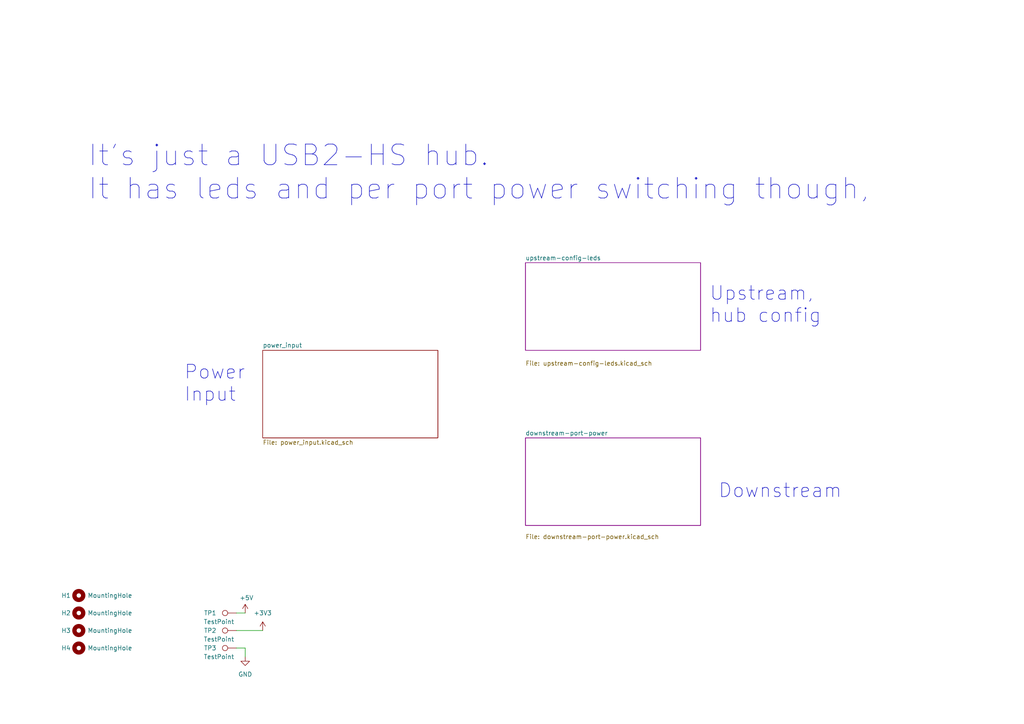
<source format=kicad_sch>
(kicad_sch (version 20211123) (generator eeschema)
  (paper "A4")
  (title_block (title "Hubbish: Cascading per port controllable USB hub") (date "2022-10-26") (comment 1 "intended for controlling libopencm3 regression test boards") (comment 2 "three double ports for test targets w/ user usb") (comment 3 "one up, one down") (comment 4 "github.com/karlp/hubbish"))
  (lib_symbols
    (symbol "Connector:TestPoint" (pin_numbers hide) (pin_names (offset 0.762) hide)
      (property "Reference" "TP" (at 0 6.858 0))
      (property "Value" "TestPoint" (at 0 5.08 0))
      (symbol "TestPoint_0_1"
        (circle (center 0 3.302) (radius 0.762))
      )
      (symbol "TestPoint_1_1"
        (pin passive line (at 0 0 90) (length 2.54) (name "1") (number "1"))
      )
    )
    (symbol "Mechanical:MountingHole" (pin_names (offset 1.016))
      (property "Reference" "H" (at 0 5.08 0))
      (property "Value" "MountingHole" (at 0 3.175 0))
      (symbol "MountingHole_0_1"
        (circle (center 0 0) (radius 1.27) (stroke (width 1.27)))
      )
    )
    (symbol "power:+3V3" (power) (pin_names (offset 0))
      (property "Value" "+3V3" (at 0 3.556 0))
      (symbol "+3V3_0_1"
        (polyline (pts (xy -0.762 1.27) (xy 0 2.54)))
        (polyline (pts (xy 0 0) (xy 0 2.54)))
        (polyline (pts (xy 0 2.54) (xy 0.762 1.27)))
      )
      (symbol "+3V3_1_1"
        (pin power_in line (at 0 0 90) (length 0) hide (name "+3V3") (number "1"))
      )
    )
    (symbol "power:+5V" (power) (pin_names (offset 0))
      (property "Value" "+5V" (at 0 3.556 0))
      (symbol "+5V_0_1"
        (polyline (pts (xy -0.762 1.27) (xy 0 2.54)))
        (polyline (pts (xy 0 0) (xy 0 2.54)))
        (polyline (pts (xy 0 2.54) (xy 0.762 1.27)))
      )
      (symbol "+5V_1_1"
        (pin power_in line (at 0 0 90) (length 0) hide (name "+5V") (number "1"))
      )
    )
    (symbol "power:GND" (power) (pin_names (offset 0))
      (property "Value" "GND" (at 0 -3.81 0))
      (symbol "GND_0_1"
        (polyline (pts (xy 0 0) (xy 0 -1.27) (xy 1.27 -1.27) (xy 0 -2.54) (xy -1.27 -1.27) (xy 0 -1.27)))
      )
      (symbol "GND_1_1"
        (pin power_in line (at 0 0 270) (length 0) hide (name "GND") (number "1"))
      )
    )
  )
  (wire (pts (xy 68.58 177.8) (xy 71.12 177.8)))
  (wire (pts (xy 68.58 187.96) (xy 71.12 187.96)))
  (wire (pts (xy 68.58 182.88) (xy 76.2 182.88)))
  (wire (pts (xy 71.12 187.96) (xy 71.12 190.5)))
  (text "Upstream, \nhub config" (at 205.74 93.98 0) (effects (font (size 4 4)) (justify left bottom)))
  (text "Downstream" (at 208.28 144.78 0) (effects (font (size 4 4)) (justify left bottom)))
  (text "Power\nInput" (at 53.34 116.84 0) (effects (font (size 4 4)) (justify left bottom)))
  (text "It's just a USB2-HS hub.\nIt has leds and per port power switching though,\n" (at 25.4 58.42 0) (effects (font (size 5.994 5.994)) (justify left bottom)))
  (symbol (lib_id "Mechanical:MountingHole") (at 22.86 172.72 0) (unit 1)
    (property "Reference" "H1" (at 17.78 172.72 0) (effects (justify left)))
    (property "Value" "MountingHole" (at 25.4 172.72 0) (effects (justify left)))
    (property "Footprint" "MountingHole:MountingHole_3.2mm_M3" (effects hide))
    (property "DNP" "1" (effects hide))
  )
  (symbol (lib_id "Mechanical:MountingHole") (at 22.86 177.8 0) (unit 1)
    (property "Reference" "H2" (at 17.78 177.8 0) (effects (justify left)))
    (property "Value" "MountingHole" (at 25.4 177.8 0) (effects (justify left)))
    (property "Footprint" "MountingHole:MountingHole_3.2mm_M3" (effects hide))
    (property "DNP" "1" (effects hide))
  )
  (symbol (lib_id "Mechanical:MountingHole") (at 22.86 182.88 0) (unit 1)
    (property "Reference" "H3" (at 17.78 182.88 0) (effects (justify left)))
    (property "Value" "MountingHole" (at 25.4 182.88 0) (effects (justify left)))
    (property "Footprint" "MountingHole:MountingHole_3.2mm_M3" (effects hide))
    (property "DNP" "1" (effects hide))
  )
  (symbol (lib_id "Mechanical:MountingHole") (at 22.86 187.96 0) (unit 1)
    (property "Reference" "H4" (at 17.78 187.96 0) (effects (justify left)))
    (property "Value" "MountingHole" (at 25.4 187.96 0) (effects (justify left)))
    (property "Footprint" "MountingHole:MountingHole_3.2mm_M3" (effects hide))
    (property "DNP" "1" (effects hide))
  )
  (symbol (lib_id "power:+3V3") (at 76.2 182.88 0) (unit 1)
    (property "Reference" "#PWR03" (effects hide))
    (property "Value" "+3V3" (at 76.2 177.8 0))
  )
  (symbol (lib_id "Connector:TestPoint") (at 68.58 187.96 90) (unit 1)
    (property "Reference" "TP3" (at 60.96 187.96 90))
    (property "Value" "TestPoint" (at 63.5 190.5 90))
    (property "Footprint" "et-parts:TestPoint_Plated_Hole_0.6_D0.8mm" (effects hide))
    (property "DNP" "1" (effects hide))
  )
  (symbol (lib_id "Connector:TestPoint") (at 68.58 182.88 90) (unit 1)
    (property "Reference" "TP2" (at 60.96 182.88 90))
    (property "Value" "TestPoint" (at 63.5 185.42 90))
    (property "Footprint" "et-parts:TestPoint_Plated_Hole_0.6_D0.8mm" (effects hide))
    (property "DNP" "1" (effects hide))
  )
  (symbol (lib_id "Connector:TestPoint") (at 68.58 177.8 90) (unit 1)
    (property "Reference" "TP1" (at 60.96 177.8 90))
    (property "Value" "TestPoint" (at 63.5 180.34 90))
    (property "Footprint" "et-parts:TestPoint_Plated_Hole_0.6_D0.8mm" (effects hide))
    (property "DNP" "1" (effects hide))
  )
  (symbol (lib_id "power:GND") (at 71.12 190.5 0) (unit 1)
    (property "Reference" "#PWR02" (effects hide))
    (property "Value" "GND" (at 71.12 195.58 0))
  )
  (symbol (lib_id "power:+5V") (at 71.12 177.8 0) (unit 1)
    (property "Reference" "#PWR01" (effects hide))
    (property "Value" "+5V" (at 71.501 173.4058 0))
  )
  (sheet (at 152.4 76.2) (size 50.8 25.4) (stroke (width 0.1524) (color 132 0 132 1)) (fill (color 255 255 255 0.0000))
    (property "Sheet name" "upstream-config-leds" (at 152.4 75.5645 0) (effects (justify left bottom)))
    (property "Sheet file" "upstream-config-leds.kicad_sch" (at 152.4 104.6485 0) (effects (justify left top)))
  )
  (sheet (at 152.4 127) (size 50.8 25.4) (stroke (width 0.1524) (color 132 0 132 1)) (fill (color 255 255 255 0.0000))
    (property "Sheet name" "downstream-port-power" (at 152.4 126.3645 0) (effects (justify left bottom)))
    (property "Sheet file" "downstream-port-power.kicad_sch" (at 152.4 154.94 0) (effects (justify left top)))
  )
  (sheet (at 76.2 101.6) (size 50.8 25.4) (stroke (width 0.1524))
    (property "Sheet name" "power_input" (at 76.2 100.8884 0) (effects (justify left bottom)))
    (property "Sheet file" "power_input.kicad_sch" (at 76.2 127.5846 0) (effects (justify left top)))
  )
)
</source>
